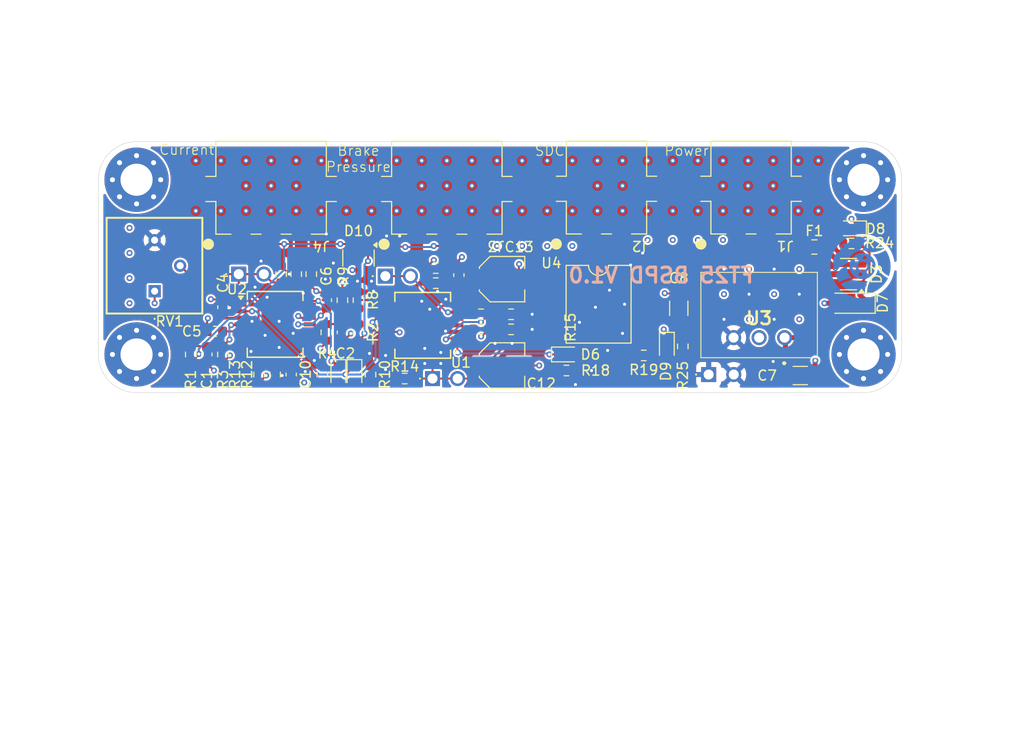
<source format=kicad_pcb>
(kicad_pcb
	(version 20240108)
	(generator "pcbnew")
	(generator_version "8.0")
	(general
		(thickness 1.6)
		(legacy_teardrops no)
	)
	(paper "A4")
	(layers
		(0 "F.Cu" signal)
		(1 "In1.Cu" signal)
		(2 "In2.Cu" signal)
		(31 "B.Cu" signal)
		(32 "B.Adhes" user "B.Adhesive")
		(33 "F.Adhes" user "F.Adhesive")
		(34 "B.Paste" user)
		(35 "F.Paste" user)
		(36 "B.SilkS" user "B.Silkscreen")
		(37 "F.SilkS" user "F.Silkscreen")
		(38 "B.Mask" user)
		(39 "F.Mask" user)
		(40 "Dwgs.User" user "User.Drawings")
		(41 "Cmts.User" user "User.Comments")
		(42 "Eco1.User" user "User.Eco1")
		(43 "Eco2.User" user "User.Eco2")
		(44 "Edge.Cuts" user)
		(45 "Margin" user)
		(46 "B.CrtYd" user "B.Courtyard")
		(47 "F.CrtYd" user "F.Courtyard")
		(48 "B.Fab" user)
		(49 "F.Fab" user)
		(50 "User.1" user)
		(51 "User.2" user)
		(52 "User.3" user)
		(53 "User.4" user)
		(54 "User.5" user)
		(55 "User.6" user)
		(56 "User.7" user)
		(57 "User.8" user)
		(58 "User.9" user)
	)
	(setup
		(stackup
			(layer "F.SilkS"
				(type "Top Silk Screen")
			)
			(layer "F.Paste"
				(type "Top Solder Paste")
			)
			(layer "F.Mask"
				(type "Top Solder Mask")
				(thickness 0.01)
			)
			(layer "F.Cu"
				(type "copper")
				(thickness 0.035)
			)
			(layer "dielectric 1"
				(type "prepreg")
				(thickness 0.1)
				(material "FR4")
				(epsilon_r 4.5)
				(loss_tangent 0.02)
			)
			(layer "In1.Cu"
				(type "copper")
				(thickness 0.035)
			)
			(layer "dielectric 2"
				(type "core")
				(thickness 1.24)
				(material "FR4")
				(epsilon_r 4.5)
				(loss_tangent 0.02)
			)
			(layer "In2.Cu"
				(type "copper")
				(thickness 0.035)
			)
			(layer "dielectric 3"
				(type "prepreg")
				(thickness 0.1)
				(material "FR4")
				(epsilon_r 4.5)
				(loss_tangent 0.02)
			)
			(layer "B.Cu"
				(type "copper")
				(thickness 0.035)
			)
			(layer "B.Mask"
				(type "Bottom Solder Mask")
				(thickness 0.01)
			)
			(layer "B.Paste"
				(type "Bottom Solder Paste")
			)
			(layer "B.SilkS"
				(type "Bottom Silk Screen")
			)
			(copper_finish "None")
			(dielectric_constraints no)
		)
		(pad_to_mask_clearance 0)
		(allow_soldermask_bridges_in_footprints no)
		(pcbplotparams
			(layerselection 0x00010fc_ffffffff)
			(plot_on_all_layers_selection 0x0000000_00000000)
			(disableapertmacros no)
			(usegerberextensions yes)
			(usegerberattributes no)
			(usegerberadvancedattributes no)
			(creategerberjobfile no)
			(dashed_line_dash_ratio 12.000000)
			(dashed_line_gap_ratio 3.000000)
			(svgprecision 4)
			(plotframeref no)
			(viasonmask no)
			(mode 1)
			(useauxorigin no)
			(hpglpennumber 1)
			(hpglpenspeed 20)
			(hpglpendiameter 15.000000)
			(pdf_front_fp_property_popups yes)
			(pdf_back_fp_property_popups yes)
			(dxfpolygonmode yes)
			(dxfimperialunits yes)
			(dxfusepcbnewfont yes)
			(psnegative no)
			(psa4output no)
			(plotreference yes)
			(plotvalue yes)
			(plotfptext yes)
			(plotinvisibletext no)
			(sketchpadsonfab no)
			(subtractmaskfromsilk yes)
			(outputformat 1)
			(mirror no)
			(drillshape 0)
			(scaleselection 1)
			(outputdirectory "Gerber/")
		)
	)
	(net 0 "")
	(net 1 "GND")
	(net 2 "+5V")
	(net 3 "/Current_ref")
	(net 4 "/Brake_ref")
	(net 5 "Net-(D3-K)")
	(net 6 "/Low_Ref")
	(net 7 "Net-(U1A--)")
	(net 8 "/Error_Sig")
	(net 9 "Net-(D4-K)")
	(net 10 "Net-(D4-A)")
	(net 11 "Net-(D5-A)")
	(net 12 "Net-(D5-K)")
	(net 13 "Net-(D6-K)")
	(net 14 "Net-(D6-A)")
	(net 15 "Net-(D8-A)")
	(net 16 "Net-(D9-A)")
	(net 17 "+24V")
	(net 18 "/Current_Sensor")
	(net 19 "/Break_Pressure_Sensor")
	(net 20 "/SDC_In")
	(net 21 "/SDC_Out")
	(net 22 "Net-(R6-Pad2)")
	(net 23 "Net-(R14-Pad2)")
	(net 24 "/EndRef")
	(net 25 "Net-(R19-Pad2)")
	(net 26 "Net-(R20-Pad2)")
	(net 27 "unconnected-(U4-Pad3)")
	(net 28 "unconnected-(U4-Pad5)")
	(net 29 "Net-(U2A--)")
	(net 30 "Net-(U2C--)")
	(net 31 "Net-(D3-A)")
	(footprint "Resistor_SMD:R_0603_1608Metric" (layer "F.Cu") (at 102.3 100.7 180))
	(footprint "FaSTTUBe_connectors:Micro_Mate-N-Lok_3p_horizontal" (layer "F.Cu") (at 89 81.82 180))
	(footprint "MountingHole:MountingHole_3.2mm_M3_Pad_Via" (layer "F.Cu") (at 148 80.9))
	(footprint "Capacitor_SMD:C_0603_1608Metric" (layer "F.Cu") (at 83.4 96 180))
	(footprint "Package_SO:SSOP-14_5.3x6.2mm_P0.65mm" (layer "F.Cu") (at 89.4 95.3))
	(footprint "Resistor_SMD:R_0603_1608Metric" (layer "F.Cu") (at 112.9 94.3 180))
	(footprint "bspd:5025" (layer "F.Cu") (at 85.775 90.3))
	(footprint "Resistor_SMD:R_0603_1608Metric" (layer "F.Cu") (at 89.4 100.3 90))
	(footprint "FaSTTUBe_connectors:Micro_Mate-N-Lok_3p_horizontal" (layer "F.Cu") (at 106.5 81.82 180))
	(footprint "Resistor_SMD:R_0603_1608Metric" (layer "F.Cu") (at 96.1 92.9 90))
	(footprint "MountingHole:MountingHole_3.2mm_M3_Pad_Via" (layer "F.Cu") (at 148 98.3))
	(footprint "Capacitor_SMD:C_0603_1608Metric" (layer "F.Cu") (at 109.9 95.8 180))
	(footprint "FaSTTUBe_connectors:Micro_Mate-N-Lok_2p_horizontal" (layer "F.Cu") (at 136.8 81.8 180))
	(footprint "Package_DIP:SMDIP-6_W9.53mm" (layer "F.Cu") (at 121.6125 93.3))
	(footprint "bspd:brake" (layer "F.Cu") (at 147.92 89.46))
	(footprint "Resistor_SMD:R_0603_1608Metric" (layer "F.Cu") (at 146.8 87.24 180))
	(footprint "Resistor_SMD:R_0603_1608Metric" (layer "F.Cu") (at 81 98.3 -90))
	(footprint "Capacitor_SMD:C_0603_1608Metric" (layer "F.Cu") (at 91 100.3 -90))
	(footprint "bspd:5025" (layer "F.Cu") (at 100.375 90.5))
	(footprint "Resistor_SMD:R_0603_1608Metric" (layer "F.Cu") (at 94.1 100.3 -90))
	(footprint "Resistor_SMD:R_0603_1608Metric" (layer "F.Cu") (at 91.5 90.3 90))
	(footprint "Diode_SMD:D_SOD-123" (layer "F.Cu") (at 146.8 93.2 180))
	(footprint "Fuse:Fuse_0805_2012Metric" (layer "F.Cu") (at 143.1 87.6))
	(footprint "Capacitor_SMD:C_Elec_4x5.4" (layer "F.Cu") (at 112 90.8))
	(footprint "Resistor_SMD:R_0603_1608Metric" (layer "F.Cu") (at 87.8 100.3 -90))
	(footprint "Resistor_SMD:R_0603_1608Metric" (layer "F.Cu") (at 90 90.3 -90))
	(footprint "Capacitor_SMD:C_0603_1608Metric" (layer "F.Cu") (at 96.1 96.1 -90))
	(footprint "Package_TO_SOT_SMD:SOT-23-3" (layer "F.Cu") (at 97.7 88.7 -90))
	(footprint "Resistor_SMD:R_0603_1608Metric" (layer "F.Cu") (at 105.4 89.7 180))
	(footprint "MountingHole:MountingHole_3.2mm_M3_Pad_Via" (layer "F.Cu") (at 75.6 98.3))
	(footprint "LED_SMD:LED_0603_1608Metric" (layer "F.Cu") (at 118.4125 98.3))
	(footprint "Resistor_SMD:R_0603_1608Metric" (layer "F.Cu") (at 112.9 95.8 180))
	(footprint "Resistor_SMD:R_0603_1608Metric" (layer "F.Cu") (at 97.7 92.9 -90))
	(footprint "bspd:5025" (layer "F.Cu") (at 132.575 100.3))
	(footprint "Resistor_SMD:R_0603_1608Metric" (layer "F.Cu") (at 84.2 98.3 -90))
	(footprint "Resistor_SMD:R_0603_1608Metric" (layer "F.Cu") (at 109.9 94.3))
	(footprint "bspd:173010542" (layer "F.Cu") (at 137.6 94.7 180))
	(footprint "Package_SO:SSOP-14_5.3x6.2mm_P0.65mm"
		(layer "F.Cu")
		(uuid "974dca32-d86e-43a0-bc65-68b21c578d95")
		(at 104.1 95.4 180)
		(descr "SSOP14: plastic shrink small outline package; 14 leads; body width 5.3 mm; (see NXP SSOP-TSSOP-VSO-REFLOW.pdf and sot337-1_po.pdf)")
		(tags "SSOP 0.65")
		(property "Reference" "U1"
			(at -3.8 -3.7 0)
			(layer "F.SilkS")
			(uuid "79fe766f-3ad6-438d-ad68-a2fcccb88600")
			(effects
				(font
					(size 1 1)
					(thickness 0.15)
				)
			)
		)
		(property "Value" "LM339"
			(at 0 4.2 0)
			(layer "F.Fab")
			(uuid "45e90cd6-4465-4a5b-8376-90bda509ebdb")
			(effects
				(font
		
... [720951 chars truncated]
</source>
